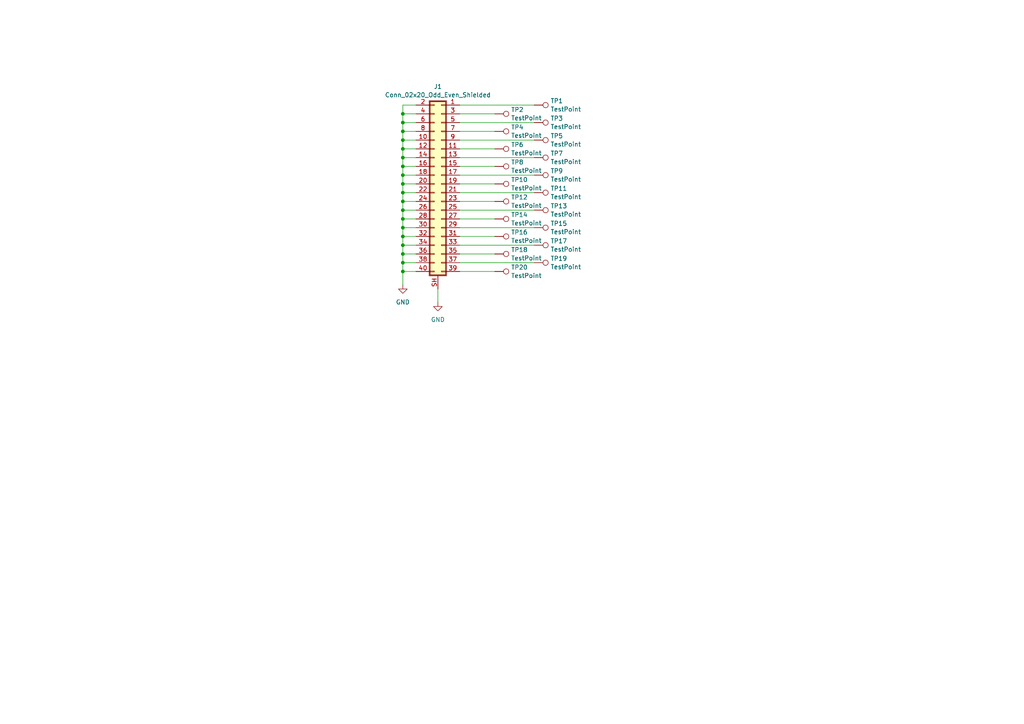
<source format=kicad_sch>
(kicad_sch (version 20230121) (generator eeschema)
  (paper "A4")
  (lib_symbols
    (symbol "Connector:TestPoint" (pin_numbers hide) (pin_names (offset 0.762) hide)
      (property "Reference" "TP" (at 0 6.858 0))
      (property "Value" "TestPoint" (at 0 5.08 0))
      (symbol "TestPoint_0_1"
        (circle (center 0 3.302) (radius 0.762))
      )
      (symbol "TestPoint_1_1"
        (pin passive line (at 0 0 90) (length 2.54) (name "1") (number "1"))
      )
    )
    (symbol "Connector_Generic_Shielded:Conn_02x20_Odd_Even_Shielded" (pin_names (offset 1.016) hide)
      (property "Reference" "J" (at 1.524 25.146 0))
      (property "Value" "Conn_02x20_Odd_Even_Shielded" (at 2.286 -27.686 0))
      (symbol "Conn_02x20_Odd_Even_Shielded_1_1"
        (rectangle (start -1.27 24.13) (end 3.81 -26.67) (stroke (width 0.1524)))
        (rectangle (start -1.016 -25.273) (end 0.254 -25.527) (stroke (width 0.1524)))
        (rectangle (start -1.016 -22.733) (end 0.254 -22.987) (stroke (width 0.1524)))
        (rectangle (start -1.016 -20.193) (end 0.254 -20.447) (stroke (width 0.1524)))
        (rectangle (start -1.016 -17.653) (end 0.254 -17.907) (stroke (width 0.1524)))
        (rectangle (start -1.016 -15.113) (end 0.254 -15.367) (stroke (width 0.1524)))
        (rectangle (start -1.016 -12.573) (end 0.254 -12.827) (stroke (width 0.1524)))
        (rectangle (start -1.016 -10.033) (end 0.254 -10.287) (stroke (width 0.1524)))
        (rectangle (start -1.016 -7.493) (end 0.254 -7.747) (stroke (width 0.1524)))
        (rectangle (start -1.016 -4.953) (end 0.254 -5.207) (stroke (width 0.1524)))
        (rectangle (start -1.016 -2.413) (end 0.254 -2.667) (stroke (width 0.1524)))
        (rectangle (start -1.016 0.127) (end 0.254 -0.127) (stroke (width 0.1524)))
        (rectangle (start -1.016 2.667) (end 0.254 2.413) (stroke (width 0.1524)))
        (rectangle (start -1.016 5.207) (end 0.254 4.953) (stroke (width 0.1524)))
        (rectangle (start -1.016 7.747) (end 0.254 7.493) (stroke (width 0.1524)))
        (rectangle (start -1.016 10.287) (end 0.254 10.033) (stroke (width 0.1524)))
        (rectangle (start -1.016 12.827) (end 0.254 12.573) (stroke (width 0.1524)))
        (rectangle (start -1.016 15.367) (end 0.254 15.113) (stroke (width 0.1524)))
        (rectangle (start -1.016 17.907) (end 0.254 17.653) (stroke (width 0.1524)))
        (rectangle (start -1.016 20.447) (end 0.254 20.193) (stroke (width 0.1524)))
        (rectangle (start -1.016 22.987) (end 0.254 22.733) (stroke (width 0.1524)))
        (rectangle (start -1.016 23.876) (end 3.556 -26.416) (stroke (width 0.254)) (fill (type background)))
        (rectangle (start 3.556 -25.273) (end 2.286 -25.527) (stroke (width 0.1524)))
        (rectangle (start 3.556 -22.733) (end 2.286 -22.987) (stroke (width 0.1524)))
        (rectangle (start 3.556 -20.193) (end 2.286 -20.447) (stroke (width 0.1524)))
        (rectangle (start 3.556 -17.653) (end 2.286 -17.907) (stroke (width 0.1524)))
        (rectangle (start 3.556 -15.113) (end 2.286 -15.367) (stroke (width 0.1524)))
        (rectangle (start 3.556 -12.573) (end 2.286 -12.827) (stroke (width 0.1524)))
        (rectangle (start 3.556 -10.033) (end 2.286 -10.287) (stroke (width 0.1524)))
        (rectangle (start 3.556 -7.493) (end 2.286 -7.747) (stroke (width 0.1524)))
        (rectangle (start 3.556 -4.953) (end 2.286 -5.207) (stroke (width 0.1524)))
        (rectangle (start 3.556 -2.413) (end 2.286 -2.667) (stroke (width 0.1524)))
        (rectangle (start 3.556 0.127) (end 2.286 -0.127) (stroke (width 0.1524)))
        (rectangle (start 3.556 2.667) (end 2.286 2.413) (stroke (width 0.1524)))
        (rectangle (start 3.556 5.207) (end 2.286 4.953) (stroke (width 0.1524)))
        (rectangle (start 3.556 7.747) (end 2.286 7.493) (stroke (width 0.1524)))
        (rectangle (start 3.556 10.287) (end 2.286 10.033) (stroke (width 0.1524)))
        (rectangle (start 3.556 12.827) (end 2.286 12.573) (stroke (width 0.1524)))
        (rectangle (start 3.556 15.367) (end 2.286 15.113) (stroke (width 0.1524)))
        (rectangle (start 3.556 17.907) (end 2.286 17.653) (stroke (width 0.1524)))
        (rectangle (start 3.556 20.447) (end 2.286 20.193) (stroke (width 0.1524)))
        (rectangle (start 3.556 22.987) (end 2.286 22.733) (stroke (width 0.1524)))
        (pin passive line (at -5.08 22.86 0) (length 4.064) (name "Pin_1") (number "1"))
        (pin passive line (at 7.62 12.7 180) (length 4.064) (name "Pin_10") (number "10"))
        (pin passive line (at -5.08 10.16 0) (length 4.064) (name "Pin_11") (number "11"))
        (pin passive line (at 7.62 10.16 180) (length 4.064) (name "Pin_12") (number "12"))
        (pin passive line (at -5.08 7.62 0) (length 4.064) (name "Pin_13") (number "13"))
        (pin passive line (at 7.62 7.62 180) (length 4.064) (name "Pin_14") (number "14"))
        (pin passive line (at -5.08 5.08 0) (length 4.064) (name "Pin_15") (number "15"))
        (pin passive line (at 7.62 5.08 180) (length 4.064) (name "Pin_16") (number "16"))
        (pin passive line (at -5.08 2.54 0) (length 4.064) (name "Pin_17") (number "17"))
        (pin passive line (at 7.62 2.54 180) (length 4.064) (name "Pin_18") (number "18"))
        (pin passive line (at -5.08 0 0) (length 4.064) (name "Pin_19") (number "19"))
        (pin passive line (at 7.62 22.86 180) (length 4.064) (name "Pin_2") (number "2"))
        (pin passive line (at 7.62 0 180) (length 4.064) (name "Pin_20") (number "20"))
        (pin passive line (at -5.08 -2.54 0) (length 4.064) (name "Pin_21") (number "21"))
        (pin passive line (at 7.62 -2.54 180) (length 4.064) (name "Pin_22") (number "22"))
        (pin passive line (at -5.08 -5.08 0) (length 4.064) (name "Pin_23") (number "23"))
        (pin passive line (at 7.62 -5.08 180) (length 4.064) (name "Pin_24") (number "24"))
        (pin passive line (at -5.08 -7.62 0) (length 4.064) (name "Pin_25") (number "25"))
        (pin passive line (at 7.62 -7.62 180) (length 4.064) (name "Pin_26") (number "26"))
        (pin passive line (at -5.08 -10.16 0) (length 4.064) (name "Pin_27") (number "27"))
        (pin passive line (at 7.62 -10.16 180) (length 4.064) (name "Pin_28") (number "28"))
        (pin passive line (at -5.08 -12.7 0) (length 4.064) (name "Pin_29") (number "29"))
        (pin passive line (at -5.08 20.32 0) (length 4.064) (name "Pin_3") (number "3"))
        (pin passive line (at 7.62 -12.7 180) (length 4.064) (name "Pin_30") (number "30"))
        (pin passive line (at -5.08 -15.24 0) (length 4.064) (name "Pin_31") (number "31"))
        (pin passive line (at 7.62 -15.24 180) (length 4.064) (name "Pin_32") (number "32"))
        (pin passive line (at -5.08 -17.78 0) (length 4.064) (name "Pin_33") (number "33"))
        (pin passive line (at 7.62 -17.78 180) (length 4.064) (name "Pin_34") (number "34"))
        (pin passive line (at -5.08 -20.32 0) (length 4.064) (name "Pin_35") (number "35"))
        (pin passive line (at 7.62 -20.32 180) (length 4.064) (name "Pin_36") (number "36"))
        (pin passive line (at -5.08 -22.86 0) (length 4.064) (name "Pin_37") (number "37"))
        (pin passive line (at 7.62 -22.86 180) (length 4.064) (name "Pin_38") (number "38"))
        (pin passive line (at -5.08 -25.4 0) (length 4.064) (name "Pin_39") (number "39"))
        (pin passive line (at 7.62 20.32 180) (length 4.064) (name "Pin_4") (number "4"))
        (pin passive line (at 7.62 -25.4 180) (length 4.064) (name "Pin_40") (number "40"))
        (pin passive line (at -5.08 17.78 0) (length 4.064) (name "Pin_5") (number "5"))
        (pin passive line (at 7.62 17.78 180) (length 4.064) (name "Pin_6") (number "6"))
        (pin passive line (at -5.08 15.24 0) (length 4.064) (name "Pin_7") (number "7"))
        (pin passive line (at 7.62 15.24 180) (length 4.064) (name "Pin_8") (number "8"))
        (pin passive line (at -5.08 12.7 0) (length 4.064) (name "Pin_9") (number "9"))
        (pin passive line (at 1.27 -30.48 90) (length 3.81) (name "Shield") (number "SH"))
      )
    )
    (symbol "power:GND" (power) (pin_names (offset 0))
      (property "Value" "GND" (at 0 -3.81 0))
      (symbol "GND_0_1"
        (polyline (pts (xy 0 0) (xy 0 -1.27) (xy 1.27 -1.27) (xy 0 -2.54) (xy -1.27 -1.27) (xy 0 -1.27)))
      )
      (symbol "GND_1_1"
        (pin power_in line (at 0 0 270) (length 0) hide (name "GND") (number "1"))
      )
    )
  )
  (junction (at 116.84 68.58))
  (junction (at 116.84 76.2))
  (junction (at 116.84 53.34))
  (junction (at 116.84 48.26))
  (junction (at 116.84 50.8))
  (junction (at 116.84 60.96))
  (junction (at 116.84 33.02))
  (junction (at 116.84 38.1))
  (junction (at 116.84 78.74))
  (junction (at 116.84 71.12))
  (junction (at 116.84 66.04))
  (junction (at 116.84 58.42))
  (junction (at 116.84 55.88))
  (junction (at 116.84 63.5))
  (junction (at 116.84 35.56))
  (junction (at 116.84 43.18))
  (junction (at 116.84 45.72))
  (junction (at 116.84 40.64))
  (junction (at 116.84 73.66))
  (wire (pts (xy 116.84 55.88) (xy 116.84 58.42)))
  (wire (pts (xy 116.84 48.26) (xy 116.84 50.8)))
  (wire (pts (xy 133.35 60.96) (xy 154.94 60.96)))
  (wire (pts (xy 116.84 45.72) (xy 120.65 45.72)))
  (wire (pts (xy 133.35 45.72) (xy 154.94 45.72)))
  (wire (pts (xy 116.84 38.1) (xy 120.65 38.1)))
  (wire (pts (xy 116.84 53.34) (xy 116.84 55.88)))
  (wire (pts (xy 116.84 35.56) (xy 116.84 38.1)))
  (wire (pts (xy 133.35 71.12) (xy 154.94 71.12)))
  (wire (pts (xy 133.35 53.34) (xy 143.51 53.34)))
  (wire (pts (xy 116.84 50.8) (xy 120.65 50.8)))
  (wire (pts (xy 116.84 43.18) (xy 120.65 43.18)))
  (wire (pts (xy 116.84 58.42) (xy 120.65 58.42)))
  (wire (pts (xy 116.84 33.02) (xy 120.65 33.02)))
  (wire (pts (xy 133.35 66.04) (xy 154.94 66.04)))
  (wire (pts (xy 116.84 71.12) (xy 120.65 71.12)))
  (wire (pts (xy 133.35 43.18) (xy 143.51 43.18)))
  (wire (pts (xy 116.84 53.34) (xy 120.65 53.34)))
  (wire (pts (xy 116.84 48.26) (xy 120.65 48.26)))
  (wire (pts (xy 116.84 40.64) (xy 120.65 40.64)))
  (wire (pts (xy 116.84 63.5) (xy 120.65 63.5)))
  (wire (pts (xy 116.84 45.72) (xy 116.84 48.26)))
  (wire (pts (xy 133.35 78.74) (xy 143.51 78.74)))
  (wire (pts (xy 116.84 35.56) (xy 120.65 35.56)))
  (wire (pts (xy 116.84 33.02) (xy 116.84 35.56)))
  (wire (pts (xy 116.84 73.66) (xy 116.84 76.2)))
  (wire (pts (xy 116.84 76.2) (xy 120.65 76.2)))
  (wire (pts (xy 133.35 55.88) (xy 154.94 55.88)))
  (wire (pts (xy 116.84 76.2) (xy 116.84 78.74)))
  (wire (pts (xy 116.84 38.1) (xy 116.84 40.64)))
  (wire (pts (xy 116.84 63.5) (xy 116.84 66.04)))
  (wire (pts (xy 116.84 78.74) (xy 120.65 78.74)))
  (wire (pts (xy 116.84 40.64) (xy 116.84 43.18)))
  (wire (pts (xy 116.84 73.66) (xy 120.65 73.66)))
  (wire (pts (xy 116.84 30.48) (xy 120.65 30.48)))
  (wire (pts (xy 116.84 60.96) (xy 116.84 63.5)))
  (wire (pts (xy 116.84 55.88) (xy 120.65 55.88)))
  (wire (pts (xy 133.35 48.26) (xy 143.51 48.26)))
  (wire (pts (xy 133.35 35.56) (xy 154.94 35.56)))
  (wire (pts (xy 116.84 82.55) (xy 116.84 78.74)))
  (wire (pts (xy 133.35 38.1) (xy 143.51 38.1)))
  (wire (pts (xy 133.35 40.64) (xy 154.94 40.64)))
  (wire (pts (xy 116.84 30.48) (xy 116.84 33.02)))
  (wire (pts (xy 133.35 33.02) (xy 143.51 33.02)))
  (wire (pts (xy 133.35 76.2) (xy 154.94 76.2)))
  (wire (pts (xy 127 83.82) (xy 127 87.63)))
  (wire (pts (xy 116.84 71.12) (xy 116.84 73.66)))
  (wire (pts (xy 133.35 63.5) (xy 143.51 63.5)))
  (wire (pts (xy 133.35 30.48) (xy 154.94 30.48)))
  (wire (pts (xy 133.35 73.66) (xy 143.51 73.66)))
  (wire (pts (xy 116.84 66.04) (xy 116.84 68.58)))
  (wire (pts (xy 116.84 68.58) (xy 120.65 68.58)))
  (wire (pts (xy 116.84 58.42) (xy 116.84 60.96)))
  (wire (pts (xy 116.84 68.58) (xy 116.84 71.12)))
  (wire (pts (xy 133.35 50.8) (xy 154.94 50.8)))
  (wire (pts (xy 133.35 68.58) (xy 143.51 68.58)))
  (wire (pts (xy 133.35 58.42) (xy 143.51 58.42)))
  (wire (pts (xy 116.84 43.18) (xy 116.84 45.72)))
  (wire (pts (xy 116.84 50.8) (xy 116.84 53.34)))
  (wire (pts (xy 116.84 66.04) (xy 120.65 66.04)))
  (wire (pts (xy 116.84 60.96) (xy 120.65 60.96)))
  (symbol (lib_id "Connector:TestPoint") (at 143.51 63.5 270) (unit 1)
    (property "Reference" "TP14" (at 148.209 62.2879 90) (effects (justify left)))
    (property "Value" "TestPoint" (at 148.209 64.7121 90) (effects (justify left)))
    (property "Footprint" "LoomRide:WirePoint" (effects hide))
  )
  (symbol (lib_id "Connector:TestPoint") (at 154.94 30.48 270) (unit 1)
    (property "Reference" "TP1" (at 159.639 29.2679 90) (effects (justify left)))
    (property "Value" "TestPoint" (at 159.639 31.6921 90) (effects (justify left)))
    (property "Footprint" "LoomRide:WirePoint" (effects hide))
  )
  (symbol (lib_id "Connector:TestPoint") (at 154.94 60.96 270) (unit 1)
    (property "Reference" "TP13" (at 159.639 59.7479 90) (effects (justify left)))
    (property "Value" "TestPoint" (at 159.639 62.1721 90) (effects (justify left)))
    (property "Footprint" "LoomRide:WirePoint" (effects hide))
  )
  (symbol (lib_id "power:GND") (at 116.84 82.55 0) (unit 1)
    (property "Reference" "#PWR03" (effects hide))
    (property "Value" "GND" (at 116.84 87.63 0))
  )
  (symbol (lib_id "Connector:TestPoint") (at 143.51 68.58 270) (unit 1)
    (property "Reference" "TP16" (at 148.209 67.3679 90) (effects (justify left)))
    (property "Value" "TestPoint" (at 148.209 69.7921 90) (effects (justify left)))
    (property "Footprint" "LoomRide:WirePoint" (effects hide))
  )
  (symbol (lib_id "Connector:TestPoint") (at 143.51 78.74 270) (unit 1)
    (property "Reference" "TP20" (at 148.209 77.5279 90) (effects (justify left)))
    (property "Value" "TestPoint" (at 148.209 79.9521 90) (effects (justify left)))
    (property "Footprint" "LoomRide:WirePoint" (effects hide))
  )
  (symbol (lib_id "Connector:TestPoint") (at 154.94 40.64 270) (unit 1)
    (property "Reference" "TP5" (at 159.639 39.4279 90) (effects (justify left)))
    (property "Value" "TestPoint" (at 159.639 41.8521 90) (effects (justify left)))
    (property "Footprint" "LoomRide:WirePoint" (effects hide))
  )
  (symbol (lib_id "Connector:TestPoint") (at 143.51 43.18 270) (unit 1)
    (property "Reference" "TP6" (at 148.209 41.9679 90) (effects (justify left)))
    (property "Value" "TestPoint" (at 148.209 44.3921 90) (effects (justify left)))
    (property "Footprint" "LoomRide:WirePoint" (effects hide))
  )
  (symbol (lib_id "Connector:TestPoint") (at 154.94 66.04 270) (unit 1)
    (property "Reference" "TP15" (at 159.639 64.8279 90) (effects (justify left)))
    (property "Value" "TestPoint" (at 159.639 67.2521 90) (effects (justify left)))
    (property "Footprint" "LoomRide:WirePoint" (effects hide))
  )
  (symbol (lib_id "Connector:TestPoint") (at 143.51 53.34 270) (unit 1)
    (property "Reference" "TP10" (at 148.209 52.1279 90) (effects (justify left)))
    (property "Value" "TestPoint" (at 148.209 54.5521 90) (effects (justify left)))
    (property "Footprint" "LoomRide:WirePoint" (effects hide))
  )
  (symbol (lib_id "Connector_Generic_Shielded:Conn_02x20_Odd_Even_Shielded") (at 128.27 53.34 0) (mirror y) (unit 1)
    (property "Reference" "J1" (at 127 25.1165 0))
    (property "Value" "Conn_02x20_Odd_Even_Shielded" (at 127 27.5407 0))
    (property "Footprint" "Alex_LSHM:LSHM-120-01-L-DH-A-N" (effects hide))
  )
  (symbol (lib_id "power:GND") (at 127 87.63 0) (unit 1)
    (property "Reference" "#PWR01" (effects hide))
    (property "Value" "GND" (at 127 92.71 0))
  )
  (symbol (lib_id "Connector:TestPoint") (at 143.51 58.42 270) (unit 1)
    (property "Reference" "TP12" (at 148.209 57.2079 90) (effects (justify left)))
    (property "Value" "TestPoint" (at 148.209 59.6321 90) (effects (justify left)))
    (property "Footprint" "LoomRide:WirePoint" (effects hide))
  )
  (symbol (lib_id "Connector:TestPoint") (at 154.94 50.8 270) (unit 1)
    (property "Reference" "TP9" (at 159.639 49.5879 90) (effects (justify left)))
    (property "Value" "TestPoint" (at 159.639 52.0121 90) (effects (justify left)))
    (property "Footprint" "LoomRide:WirePoint" (effects hide))
  )
  (symbol (lib_id "Connector:TestPoint") (at 154.94 35.56 270) (unit 1)
    (property "Reference" "TP3" (at 159.639 34.3479 90) (effects (justify left)))
    (property "Value" "TestPoint" (at 159.639 36.7721 90) (effects (justify left)))
    (property "Footprint" "LoomRide:WirePoint" (effects hide))
  )
  (symbol (lib_id "Connector:TestPoint") (at 143.51 33.02 270) (unit 1)
    (property "Reference" "TP2" (at 148.209 31.8079 90) (effects (justify left)))
    (property "Value" "TestPoint" (at 148.209 34.2321 90) (effects (justify left)))
    (property "Footprint" "LoomRide:WirePoint" (effects hide))
  )
  (symbol (lib_id "Connector:TestPoint") (at 154.94 45.72 270) (unit 1)
    (property "Reference" "TP7" (at 159.639 44.5079 90) (effects (justify left)))
    (property "Value" "TestPoint" (at 159.639 46.9321 90) (effects (justify left)))
    (property "Footprint" "LoomRide:WirePoint" (effects hide))
  )
  (symbol (lib_id "Connector:TestPoint") (at 154.94 55.88 270) (unit 1)
    (property "Reference" "TP11" (at 159.639 54.6679 90) (effects (justify left)))
    (property "Value" "TestPoint" (at 159.639 57.0921 90) (effects (justify left)))
    (property "Footprint" "LoomRide:WirePoint" (effects hide))
  )
  (symbol (lib_id "Connector:TestPoint") (at 154.94 76.2 270) (unit 1)
    (property "Reference" "TP19" (at 159.639 74.9879 90) (effects (justify left)))
    (property "Value" "TestPoint" (at 159.639 77.4121 90) (effects (justify left)))
    (property "Footprint" "LoomRide:WirePoint" (effects hide))
  )
  (symbol (lib_id "Connector:TestPoint") (at 154.94 71.12 270) (unit 1)
    (property "Reference" "TP17" (at 159.639 69.9079 90) (effects (justify left)))
    (property "Value" "TestPoint" (at 159.639 72.3321 90) (effects (justify left)))
    (property "Footprint" "LoomRide:WirePoint" (effects hide))
  )
  (symbol (lib_id "Connector:TestPoint") (at 143.51 38.1 270) (unit 1)
    (property "Reference" "TP4" (at 148.209 36.8879 90) (effects (justify left)))
    (property "Value" "TestPoint" (at 148.209 39.3121 90) (effects (justify left)))
    (property "Footprint" "LoomRide:WirePoint" (effects hide))
  )
  (symbol (lib_id "Connector:TestPoint") (at 143.51 73.66 270) (unit 1)
    (property "Reference" "TP18" (at 148.209 72.4479 90) (effects (justify left)))
    (property "Value" "TestPoint" (at 148.209 74.8721 90) (effects (justify left)))
    (property "Footprint" "LoomRide:WirePoint" (effects hide))
  )
  (symbol (lib_id "Connector:TestPoint") (at 143.51 48.26 270) (unit 1)
    (property "Reference" "TP8" (at 148.209 47.0479 90) (effects (justify left)))
    (property "Value" "TestPoint" (at 148.209 49.4721 90) (effects (justify left)))
    (property "Footprint" "LoomRide:WirePoint" (effects hide))
  )
)
</source>
